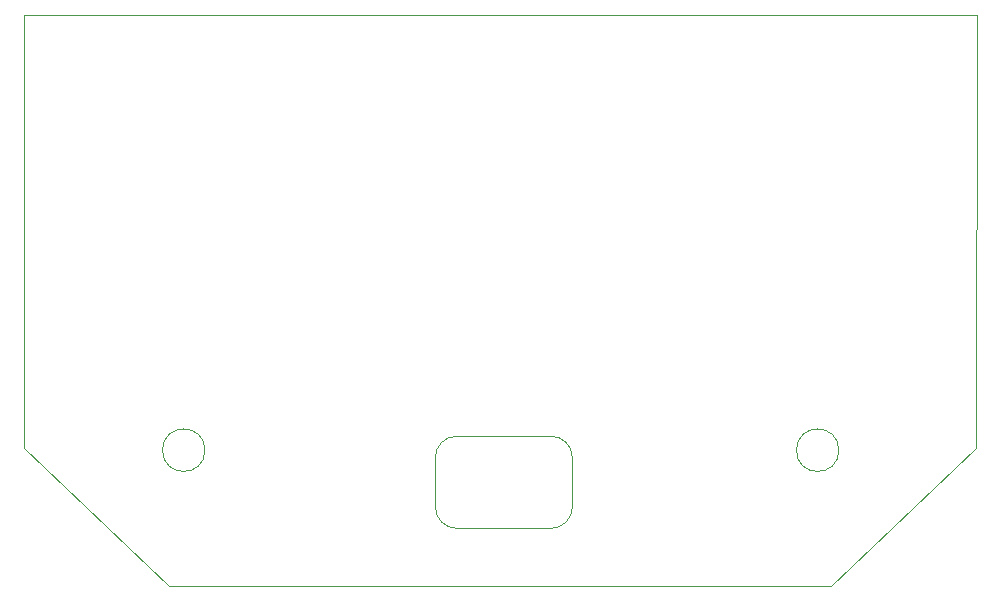
<source format=gbr>
G04 #@! TF.GenerationSoftware,KiCad,Pcbnew,5.1.5+dfsg1-2build2*
G04 #@! TF.CreationDate,2022-01-16T22:52:48+01:00*
G04 #@! TF.ProjectId,mre_addon_v2,6d72655f-6164-4646-9f6e-5f76322e6b69,V2.3*
G04 #@! TF.SameCoordinates,Original*
G04 #@! TF.FileFunction,Profile,NP*
%FSLAX46Y46*%
G04 Gerber Fmt 4.6, Leading zero omitted, Abs format (unit mm)*
G04 Created by KiCad (PCBNEW 5.1.5+dfsg1-2build2) date 2022-01-16 22:52:48*
%MOMM*%
%LPD*%
G04 APERTURE LIST*
%ADD10C,0.120000*%
%ADD11C,0.050000*%
%ADD12C,0.100000*%
G04 APERTURE END LIST*
D10*
X111600000Y-169300000D02*
X119600000Y-169300000D01*
X121400000Y-167500000D02*
X121400000Y-163300000D01*
X109800000Y-163300000D02*
X109800000Y-167500000D01*
X111600000Y-161500000D02*
X119600000Y-161500000D01*
X109800000Y-163300000D02*
G75*
G02X111600000Y-161500000I1800000J0D01*
G01*
X119600000Y-161500000D02*
G75*
G02X121400000Y-163300000I0J-1800000D01*
G01*
X111600000Y-169300000D02*
G75*
G02X109800000Y-167500000I0J1800000D01*
G01*
X121400000Y-167500000D02*
G75*
G02X119600000Y-169300000I-1800000J0D01*
G01*
D11*
X155625800Y-125806200D02*
X155575000Y-125806200D01*
X155600400Y-162534600D02*
X155625800Y-125806200D01*
X143332200Y-174218600D02*
X155600400Y-162534600D01*
X87249000Y-174218600D02*
X143332200Y-174218600D01*
X75006200Y-162509200D02*
X87249000Y-174218600D01*
X74980800Y-125831600D02*
X75006200Y-162509200D01*
X155575000Y-125806200D02*
X74980800Y-125831600D01*
D12*
X90293600Y-162687000D02*
G75*
G03X90293600Y-162687000I-1800000J0D01*
G01*
X143963800Y-162688609D02*
G75*
G03X143963800Y-162688609I-1800000J0D01*
G01*
M02*

</source>
